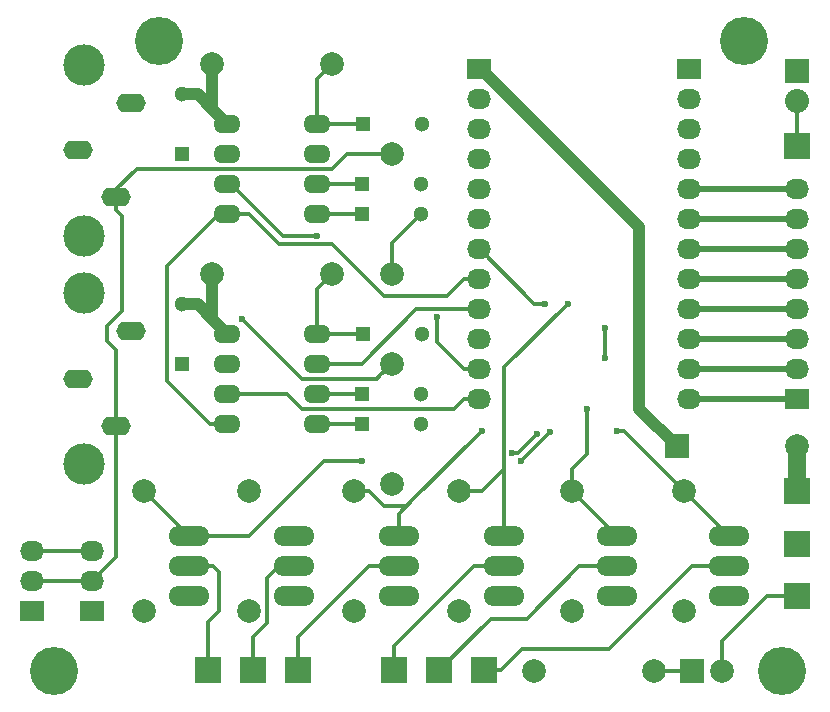
<source format=gtl>
G04 #@! TF.FileFunction,Copper,L1,Top,Mixed*
%FSLAX46Y46*%
G04 Gerber Fmt 4.6, Leading zero omitted, Abs format (unit mm)*
G04 Created by KiCad (PCBNEW (2015-09-17 BZR 6202)-product) date Wednesday, September 23, 2015 'AMt' 01:59:30 AM*
%MOMM*%
G01*
G04 APERTURE LIST*
%ADD10C,0.100000*%
%ADD11C,4.064000*%
%ADD12R,2.235200X2.235200*%
%ADD13R,2.032000X1.727200*%
%ADD14O,2.032000X1.727200*%
%ADD15R,1.300000X1.300000*%
%ADD16C,1.300000*%
%ADD17C,1.998980*%
%ADD18R,1.998980X1.998980*%
%ADD19R,2.032000X2.032000*%
%ADD20O,2.032000X2.032000*%
%ADD21O,2.300000X1.600000*%
%ADD22O,2.500000X1.600000*%
%ADD23C,3.500000*%
%ADD24R,2.000000X2.000000*%
%ADD25C,2.000000*%
%ADD26O,3.500120X1.699260*%
%ADD27C,0.600000*%
%ADD28C,0.300000*%
%ADD29C,1.000000*%
%ADD30C,1.500000*%
%ADD31C,0.500000*%
%ADD32C,0.250000*%
G04 APERTURE END LIST*
D10*
D11*
X150495000Y-128270000D03*
X88900000Y-128270000D03*
D12*
X101911143Y-128163701D03*
D11*
X97790000Y-74930000D03*
D13*
X124894362Y-77305728D03*
D14*
X124894362Y-79845728D03*
X124894362Y-82385728D03*
X124894362Y-84925728D03*
X124894362Y-87465728D03*
X124894362Y-90005728D03*
X124894362Y-92545728D03*
X124894362Y-95085728D03*
X124894362Y-97625728D03*
X124894362Y-100165728D03*
X124894362Y-102705728D03*
X124894362Y-105245728D03*
D13*
X142674362Y-77305728D03*
D14*
X142674362Y-92545728D03*
X142674362Y-95085728D03*
X142674362Y-90005728D03*
X142674362Y-97625728D03*
X142674362Y-84925728D03*
X142674362Y-82385728D03*
X142674362Y-79845728D03*
X142674362Y-87465728D03*
X142674362Y-102705728D03*
X142674362Y-100165728D03*
X142674362Y-105245728D03*
D15*
X114935000Y-89535000D03*
D16*
X119935000Y-89535000D03*
D15*
X114935000Y-107315000D03*
D16*
X119935000Y-107315000D03*
D15*
X115015000Y-81915000D03*
D16*
X120015000Y-81915000D03*
D15*
X115015000Y-99695000D03*
D16*
X120015000Y-99695000D03*
D15*
X114935000Y-86995000D03*
D16*
X119935000Y-86995000D03*
D15*
X114935000Y-104775000D03*
D16*
X119935000Y-104775000D03*
D15*
X99695000Y-84455000D03*
D16*
X99695000Y-79455000D03*
D15*
X99695000Y-102235000D03*
D16*
X99695000Y-97235000D03*
D17*
X151765000Y-109220000D03*
D18*
X141605000Y-109220000D03*
D12*
X117663459Y-128195719D03*
X121473459Y-128195719D03*
X105721143Y-128163701D03*
X125283459Y-128195719D03*
X109531143Y-128163701D03*
D13*
X86995000Y-123190000D03*
D14*
X86995000Y-120650000D03*
X86995000Y-118110000D03*
D13*
X92075000Y-123190000D03*
D14*
X92075000Y-120650000D03*
X92075000Y-118110000D03*
D12*
X151765000Y-121920000D03*
X151765000Y-113030000D03*
X151765000Y-117475000D03*
X151765000Y-83820000D03*
D13*
X151765000Y-105245728D03*
D14*
X151765000Y-102705728D03*
X151765000Y-100165728D03*
X151765000Y-97625728D03*
X151765000Y-95085728D03*
X151765000Y-92545728D03*
X151765000Y-90005728D03*
X151765000Y-87465728D03*
D17*
X117475000Y-94615000D03*
X117475000Y-84455000D03*
X117475000Y-112395000D03*
X117475000Y-102235000D03*
X112395000Y-76835000D03*
X102235000Y-76835000D03*
X112395000Y-94615000D03*
X102235000Y-94615000D03*
X129540000Y-128270000D03*
X139700000Y-128270000D03*
X123190000Y-123190000D03*
X123190000Y-113030000D03*
X96520000Y-123190000D03*
X96520000Y-113030000D03*
X132715000Y-123190000D03*
X132715000Y-113030000D03*
X105410000Y-123190000D03*
X105410000Y-113030000D03*
X142240000Y-123190000D03*
X142240000Y-113030000D03*
X114300000Y-123190000D03*
X114300000Y-113030000D03*
D19*
X151765000Y-77470000D03*
D20*
X151765000Y-80010000D03*
D21*
X103505000Y-81915000D03*
X103505000Y-84455000D03*
X103505000Y-86995000D03*
X103505000Y-89535000D03*
X111125000Y-89535000D03*
X111125000Y-86995000D03*
X111125000Y-84455000D03*
X111125000Y-81915000D03*
X103505000Y-99695000D03*
X103505000Y-102235000D03*
X103505000Y-104775000D03*
X103505000Y-107315000D03*
X111125000Y-107315000D03*
X111125000Y-104775000D03*
X111125000Y-102235000D03*
X111125000Y-99695000D03*
D22*
X94143607Y-88172355D03*
X95393607Y-80172355D03*
D23*
X91393607Y-76922355D03*
X91393607Y-91422355D03*
D22*
X90893607Y-84172355D03*
X94143607Y-107505000D03*
X95393607Y-99505000D03*
D23*
X91393607Y-96255000D03*
X91393607Y-110755000D03*
D22*
X90893607Y-103505000D03*
D24*
X142875000Y-128270000D03*
D25*
X145415000Y-128270000D03*
D26*
X100330000Y-119380000D03*
X100330000Y-116840000D03*
X100330000Y-121920000D03*
X109220000Y-119380000D03*
X109220000Y-116840000D03*
X109220000Y-121920000D03*
X118110000Y-119380000D03*
X118110000Y-116840000D03*
X118110000Y-121920000D03*
X127000000Y-119380000D03*
X127000000Y-116840000D03*
X127000000Y-121920000D03*
X136525000Y-119380000D03*
X136525000Y-116840000D03*
X136525000Y-121920000D03*
X146050000Y-119380000D03*
X146050000Y-116840000D03*
X146050000Y-121920000D03*
D11*
X147320000Y-74930000D03*
D27*
X135509000Y-99187000D03*
X135509000Y-101727000D03*
X104775000Y-98425000D03*
X132410010Y-97155000D03*
X114935000Y-110490000D03*
X128450013Y-110490000D03*
X130884253Y-108024253D03*
X133985000Y-106045000D03*
X127650020Y-109839978D03*
X129789627Y-108199627D03*
X136525000Y-107950000D03*
X125095006Y-107950000D03*
X121285000Y-98275738D03*
X111125000Y-91424980D03*
X130460010Y-97155000D03*
D28*
X135509000Y-101727000D02*
X135509000Y-99187000D01*
X114935000Y-89535000D02*
X111125000Y-89535000D01*
X117475000Y-94615000D02*
X117475000Y-91995000D01*
X117475000Y-91995000D02*
X119935000Y-89535000D01*
X111125000Y-107315000D02*
X114935000Y-107315000D01*
X111125000Y-81915000D02*
X111125000Y-78105000D01*
X111125000Y-78105000D02*
X112395000Y-76835000D01*
X111125000Y-81915000D02*
X115015000Y-81915000D01*
X111125000Y-99695000D02*
X111125000Y-95885000D01*
X111125000Y-95885000D02*
X112395000Y-94615000D01*
X111125000Y-99695000D02*
X115015000Y-99695000D01*
X114935000Y-86995000D02*
X111125000Y-86995000D01*
X114935000Y-104775000D02*
X111125000Y-104775000D01*
D29*
X141605000Y-109220000D02*
X138430000Y-106045000D01*
X138430000Y-106045000D02*
X138430000Y-90688966D01*
X138430000Y-90688966D02*
X125046762Y-77305728D01*
X125046762Y-77305728D02*
X124894362Y-77305728D01*
X99695000Y-79455000D02*
X101045000Y-79455000D01*
X101045000Y-79455000D02*
X102235000Y-80645000D01*
X99695000Y-97235000D02*
X101045000Y-97235000D01*
X101045000Y-97235000D02*
X102235000Y-98425000D01*
X102235000Y-76835000D02*
X102235000Y-80645000D01*
X102235000Y-80645000D02*
X103505000Y-81915000D01*
X102235000Y-94615000D02*
X102235000Y-98425000D01*
X102235000Y-98425000D02*
X103505000Y-99695000D01*
X103855000Y-81915000D02*
X103505000Y-81915000D01*
X103855000Y-99695000D02*
X103505000Y-99695000D01*
D30*
X151765000Y-113030000D02*
X151765000Y-109220000D01*
D28*
X139700000Y-128270000D02*
X142875000Y-128270000D01*
X145415000Y-128270000D02*
X145415000Y-125730000D01*
X145415000Y-125730000D02*
X149225000Y-121920000D01*
X149225000Y-121920000D02*
X151765000Y-121920000D01*
X127000000Y-119380000D02*
X124460000Y-119380000D01*
X124460000Y-119380000D02*
X117663459Y-126176541D01*
X117663459Y-126176541D02*
X117663459Y-126778119D01*
X117663459Y-126778119D02*
X117663459Y-128195719D01*
X100330000Y-119380000D02*
X102380060Y-119380000D01*
X102870000Y-123190000D02*
X101911143Y-124148857D01*
X102380060Y-119380000D02*
X102870000Y-119869940D01*
X102870000Y-119869940D02*
X102870000Y-123190000D01*
X101911143Y-124148857D02*
X101911143Y-128163701D01*
X121473459Y-128195719D02*
X125844178Y-123825000D01*
X125844178Y-123825000D02*
X128905000Y-123825000D01*
X128905000Y-123825000D02*
X133350000Y-119380000D01*
X133350000Y-119380000D02*
X136525000Y-119380000D01*
X109220000Y-119380000D02*
X107950000Y-119380000D01*
X107950000Y-119380000D02*
X106934000Y-120396000D01*
X106934000Y-120396000D02*
X106934000Y-124206000D01*
X106934000Y-124206000D02*
X105721143Y-125418857D01*
X105721143Y-125418857D02*
X105721143Y-128163701D01*
X146050000Y-119380000D02*
X142875000Y-119380000D01*
X142875000Y-119380000D02*
X135890000Y-126365000D01*
X135890000Y-126365000D02*
X128531778Y-126365000D01*
X128531778Y-126365000D02*
X126701059Y-128195719D01*
X126701059Y-128195719D02*
X125283459Y-128195719D01*
X118110000Y-119380000D02*
X115570000Y-119380000D01*
X115570000Y-119380000D02*
X109531143Y-125418857D01*
X109531143Y-125418857D02*
X109531143Y-126746101D01*
X109531143Y-126746101D02*
X109531143Y-128163701D01*
X92075000Y-120650000D02*
X94143607Y-118581393D01*
X94143607Y-118581393D02*
X94143607Y-107505000D01*
X94143607Y-107582355D02*
X94143607Y-101128607D01*
X94143607Y-101128607D02*
X93345000Y-100330000D01*
X93345000Y-100330000D02*
X93345000Y-99060000D01*
X93345000Y-99060000D02*
X94615000Y-97790000D01*
X94615000Y-97790000D02*
X94615000Y-89743748D01*
X94143607Y-89272355D02*
X94143607Y-88172355D01*
X94615000Y-89743748D02*
X94143607Y-89272355D01*
X117475000Y-84455000D02*
X113665000Y-84455000D01*
X113665000Y-84455000D02*
X112395000Y-85725000D01*
X94143607Y-87466393D02*
X94143607Y-88172355D01*
X112395000Y-85725000D02*
X95885000Y-85725000D01*
X95885000Y-85725000D02*
X94143607Y-87466393D01*
X86995000Y-120650000D02*
X92075000Y-120650000D01*
X104775000Y-98425000D02*
X109855000Y-103505000D01*
X109855000Y-103505000D02*
X116205000Y-103505000D01*
X116205000Y-103505000D02*
X116475511Y-103234489D01*
X116475511Y-103234489D02*
X117475000Y-102235000D01*
X86995000Y-118110000D02*
X92075000Y-118110000D01*
X151765000Y-83820000D02*
X151765000Y-80010000D01*
D31*
X142674362Y-105245728D02*
X151765000Y-105245728D01*
X142674362Y-102705728D02*
X151765000Y-102705728D01*
X142674362Y-100165728D02*
X151765000Y-100165728D01*
X142674362Y-97625728D02*
X151765000Y-97625728D01*
X142674362Y-95085728D02*
X151765000Y-95085728D01*
X142674362Y-92545728D02*
X151765000Y-92545728D01*
X142674362Y-90005728D02*
X151765000Y-90005728D01*
X142674362Y-87465728D02*
X151765000Y-87465728D01*
D28*
X132410010Y-97155000D02*
X127000000Y-102565010D01*
X127000000Y-102565010D02*
X127000000Y-111126122D01*
X127000000Y-111126122D02*
X127000000Y-116840000D01*
X123190000Y-113030000D02*
X125096122Y-113030000D01*
X125096122Y-113030000D02*
X127000000Y-111126122D01*
X105410000Y-116840000D02*
X111760000Y-110490000D01*
X111760000Y-110490000D02*
X114510736Y-110490000D01*
X114510736Y-110490000D02*
X114935000Y-110490000D01*
X100330000Y-116840000D02*
X105410000Y-116840000D01*
X96520000Y-113030000D02*
X97519489Y-114029489D01*
X97519489Y-114029489D02*
X100330000Y-116840000D01*
X130884253Y-108024253D02*
X128450013Y-110458493D01*
X128450013Y-110458493D02*
X128450013Y-110490000D01*
X132715000Y-113030000D02*
X132715000Y-111125000D01*
X132715000Y-111125000D02*
X133985000Y-109855000D01*
X133985000Y-109855000D02*
X133985000Y-106045000D01*
X136525000Y-116840000D02*
X132715000Y-113030000D01*
X128149276Y-109839978D02*
X128074284Y-109839978D01*
X129789627Y-108199627D02*
X128149276Y-109839978D01*
X128074284Y-109839978D02*
X127650020Y-109839978D01*
X142240000Y-113030000D02*
X146050000Y-116840000D01*
X136525000Y-107950000D02*
X137160000Y-107950000D01*
X137160000Y-107950000D02*
X142240000Y-113030000D01*
X114300000Y-113030000D02*
X115570000Y-113030000D01*
X115570000Y-113030000D02*
X116840000Y-114300000D01*
X116840000Y-114300000D02*
X118745006Y-114300000D01*
X118745006Y-114300000D02*
X119134247Y-113910759D01*
X118110000Y-114935006D02*
X119134247Y-113910759D01*
X119134247Y-113910759D02*
X124795007Y-108249999D01*
X118110000Y-116840000D02*
X118110000Y-114935006D01*
X124795007Y-108249999D02*
X125095006Y-107950000D01*
X121285000Y-98275738D02*
X121285000Y-100412366D01*
X121285000Y-100412366D02*
X123578362Y-102705728D01*
X123578362Y-102705728D02*
X124894362Y-102705728D01*
X108284980Y-91424980D02*
X110700736Y-91424980D01*
X110700736Y-91424980D02*
X111125000Y-91424980D01*
X103855000Y-86995000D02*
X108284980Y-91424980D01*
X103505000Y-86995000D02*
X103855000Y-86995000D01*
X103505000Y-89535000D02*
X105410000Y-89535000D01*
X123578362Y-95085728D02*
X124894362Y-95085728D01*
X105410000Y-89535000D02*
X107950000Y-92075000D01*
X107950000Y-92075000D02*
X112395000Y-92075000D01*
X122144090Y-96520000D02*
X123578362Y-95085728D01*
X112395000Y-92075000D02*
X116840000Y-96520000D01*
X116840000Y-96520000D02*
X122144090Y-96520000D01*
X103505000Y-107315000D02*
X102055000Y-107315000D01*
X102055000Y-107315000D02*
X98425000Y-103685000D01*
X98425000Y-103685000D02*
X98425000Y-93980000D01*
X98425000Y-93980000D02*
X102870000Y-89535000D01*
X102870000Y-89535000D02*
X103505000Y-89535000D01*
X111125000Y-102235000D02*
X114935000Y-102235000D01*
X114935000Y-102235000D02*
X119544272Y-97625728D01*
X119544272Y-97625728D02*
X123578362Y-97625728D01*
X123578362Y-97625728D02*
X124894362Y-97625728D01*
X103505000Y-104775000D02*
X108585000Y-104775000D01*
X108585000Y-104775000D02*
X109855000Y-106045000D01*
X109855000Y-106045000D02*
X122779090Y-106045000D01*
X122779090Y-106045000D02*
X123578362Y-105245728D01*
X123578362Y-105245728D02*
X124894362Y-105245728D01*
X130460010Y-97155000D02*
X129540000Y-97155000D01*
X129540000Y-97155000D02*
X124930728Y-92545728D01*
D32*
X124930728Y-92545728D02*
X124894362Y-92545728D01*
M02*

</source>
